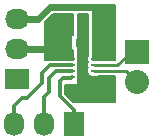
<source format=gbr>
G04 #@! TF.FileFunction,Copper,L1,Top,Signal*
%FSLAX46Y46*%
G04 Gerber Fmt 4.6, Leading zero omitted, Abs format (unit mm)*
G04 Created by KiCad (PCBNEW 0.201506122246+5743~23~ubuntu14.10.1-product) date Sat 13 Jun 2015 04:11:00 PM EDT*
%MOMM*%
G01*
G04 APERTURE LIST*
%ADD10C,0.100000*%
%ADD11R,2.032000X2.032000*%
%ADD12O,2.032000X2.032000*%
%ADD13R,0.800000X0.750000*%
%ADD14R,0.500000X0.280000*%
%ADD15R,0.900000X1.600000*%
%ADD16R,2.032000X1.727200*%
%ADD17O,2.032000X1.727200*%
%ADD18R,1.727200X2.032000*%
%ADD19O,1.727200X2.032000*%
%ADD20C,0.685800*%
%ADD21C,0.152400*%
%ADD22C,0.609600*%
%ADD23C,0.304800*%
%ADD24C,0.250000*%
%ADD25C,0.127000*%
G04 APERTURE END LIST*
D10*
D11*
X141986000Y-105156000D03*
D12*
X141986000Y-107696000D03*
D13*
X135648000Y-104394000D03*
X137148000Y-104394000D03*
X138926000Y-102870000D03*
X137426000Y-102870000D03*
D14*
X138364000Y-105803000D03*
D15*
X137414000Y-106553000D03*
D14*
X138364000Y-106303000D03*
X138364000Y-106803000D03*
X138364000Y-107303000D03*
X136464000Y-107303000D03*
X136464000Y-106803000D03*
X136464000Y-106303000D03*
X136464000Y-105803000D03*
D16*
X131826000Y-107442000D03*
D17*
X131826000Y-104902000D03*
X131826000Y-102362000D03*
D18*
X136652000Y-111252000D03*
D19*
X134112000Y-111252000D03*
X131572000Y-111252000D03*
D20*
X136207500Y-108394500D03*
X137223500Y-108902500D03*
X138366500Y-109093000D03*
X139446000Y-108839000D03*
X138620500Y-108077000D03*
X137477500Y-107886500D03*
X137414000Y-105283000D03*
D21*
X137148000Y-104394000D02*
X137148000Y-105017000D01*
X136715500Y-108394500D02*
X136207500Y-108394500D01*
X137223500Y-108902500D02*
X136715500Y-108394500D01*
X139192000Y-109093000D02*
X138366500Y-109093000D01*
X139446000Y-108839000D02*
X139192000Y-109093000D01*
X137668000Y-108077000D02*
X138620500Y-108077000D01*
X137477500Y-107886500D02*
X137668000Y-108077000D01*
X137148000Y-105017000D02*
X137414000Y-105283000D01*
D22*
X131826000Y-102362000D02*
X133604000Y-102362000D01*
X134620000Y-101346000D02*
X139192000Y-101346000D01*
X133604000Y-102362000D02*
X134620000Y-101346000D01*
D23*
X131572000Y-109791500D02*
X132270500Y-109093000D01*
X132270500Y-109093000D02*
X132651500Y-109093000D01*
X132651500Y-109093000D02*
X133921500Y-107823000D01*
X133921500Y-107823000D02*
X133921500Y-106997500D01*
X133921500Y-106997500D02*
X134616000Y-106303000D01*
X134616000Y-106303000D02*
X136464000Y-106303000D01*
X131572000Y-111252000D02*
X131572000Y-109791500D01*
X136388500Y-107378500D02*
X136464000Y-107303000D01*
X136652000Y-110109000D02*
X135445500Y-108902500D01*
X135445500Y-108902500D02*
X135445500Y-107632500D01*
X135445500Y-107632500D02*
X135699500Y-107378500D01*
X135699500Y-107378500D02*
X136388500Y-107378500D01*
X136652000Y-111252000D02*
X136652000Y-110109000D01*
X135132000Y-106803000D02*
X134556500Y-107378500D01*
X134556500Y-107378500D02*
X134556500Y-108585000D01*
X134556500Y-108585000D02*
X134112000Y-109029500D01*
X134112000Y-109029500D02*
X134112000Y-111252000D01*
X136464000Y-106803000D02*
X135132000Y-106803000D01*
D22*
X131826000Y-104902000D02*
X134620000Y-104902000D01*
D24*
X138364000Y-106303000D02*
X140331000Y-106303000D01*
X140331000Y-106303000D02*
X141478000Y-105156000D01*
X141478000Y-105156000D02*
X141986000Y-105156000D01*
X138364000Y-106803000D02*
X141093000Y-106803000D01*
X141093000Y-106803000D02*
X141986000Y-107696000D01*
D21*
G36*
X140131800Y-105841800D02*
X138691136Y-105841800D01*
X138614000Y-105826331D01*
X138252200Y-105826331D01*
X138252200Y-101168200D01*
X140131800Y-101168200D01*
X140131800Y-105841800D01*
X140131800Y-105841800D01*
G37*
X140131800Y-105841800D02*
X138691136Y-105841800D01*
X138614000Y-105826331D01*
X138252200Y-105826331D01*
X138252200Y-101168200D01*
X140131800Y-101168200D01*
X140131800Y-105841800D01*
G36*
X136575800Y-103737171D02*
X136511438Y-103779450D01*
X136437364Y-103889187D01*
X136411331Y-104019000D01*
X136411331Y-104769000D01*
X136435759Y-104894904D01*
X136508450Y-105005562D01*
X136575800Y-105051024D01*
X136575800Y-105826331D01*
X136493817Y-105826331D01*
X136464000Y-105820400D01*
X134616000Y-105820400D01*
X134508416Y-105841800D01*
X134188200Y-105841800D01*
X134188200Y-102675826D01*
X134883026Y-101981000D01*
X136575800Y-101981000D01*
X136575800Y-103737171D01*
X136575800Y-103737171D01*
G37*
X136575800Y-103737171D02*
X136511438Y-103779450D01*
X136437364Y-103889187D01*
X136411331Y-104019000D01*
X136411331Y-104769000D01*
X136435759Y-104894904D01*
X136508450Y-105005562D01*
X136575800Y-105051024D01*
X136575800Y-105826331D01*
X136493817Y-105826331D01*
X136464000Y-105820400D01*
X134616000Y-105820400D01*
X134508416Y-105841800D01*
X134188200Y-105841800D01*
X134188200Y-102675826D01*
X134883026Y-101981000D01*
X136575800Y-101981000D01*
X136575800Y-103737171D01*
D25*
G36*
X137858500Y-105474198D02*
X137815312Y-105538180D01*
X137790280Y-105663000D01*
X137790280Y-105943000D01*
X137811975Y-106054818D01*
X137790280Y-106163000D01*
X137790280Y-106443000D01*
X137811975Y-106554818D01*
X137790280Y-106663000D01*
X137790280Y-106943000D01*
X137813769Y-107064062D01*
X137858500Y-107132158D01*
X137858500Y-107188000D01*
X137863334Y-107212300D01*
X137877099Y-107232901D01*
X137897700Y-107246666D01*
X137922000Y-107251500D01*
X138038107Y-107251500D01*
X138114000Y-107266720D01*
X138614000Y-107266720D01*
X138692444Y-107251500D01*
X140144500Y-107251500D01*
X140144500Y-109410500D01*
X136618039Y-109410500D01*
X135915400Y-108707862D01*
X135915400Y-108013500D01*
X136906000Y-108013500D01*
X136930300Y-108008666D01*
X136950901Y-107994901D01*
X136964666Y-107974300D01*
X136969500Y-107950000D01*
X136969500Y-107631802D01*
X137012688Y-107567820D01*
X137037720Y-107443000D01*
X137037720Y-107163000D01*
X137016025Y-107051182D01*
X137037720Y-106943000D01*
X137037720Y-106663000D01*
X137016025Y-106551182D01*
X137037720Y-106443000D01*
X137037720Y-106163000D01*
X137016025Y-106051182D01*
X137037720Y-105943000D01*
X137037720Y-105663000D01*
X137014231Y-105541938D01*
X136969500Y-105473842D01*
X136969500Y-101968300D01*
X137858500Y-101968300D01*
X137858500Y-105474198D01*
X137858500Y-105474198D01*
G37*
X137858500Y-105474198D02*
X137815312Y-105538180D01*
X137790280Y-105663000D01*
X137790280Y-105943000D01*
X137811975Y-106054818D01*
X137790280Y-106163000D01*
X137790280Y-106443000D01*
X137811975Y-106554818D01*
X137790280Y-106663000D01*
X137790280Y-106943000D01*
X137813769Y-107064062D01*
X137858500Y-107132158D01*
X137858500Y-107188000D01*
X137863334Y-107212300D01*
X137877099Y-107232901D01*
X137897700Y-107246666D01*
X137922000Y-107251500D01*
X138038107Y-107251500D01*
X138114000Y-107266720D01*
X138614000Y-107266720D01*
X138692444Y-107251500D01*
X140144500Y-107251500D01*
X140144500Y-109410500D01*
X136618039Y-109410500D01*
X135915400Y-108707862D01*
X135915400Y-108013500D01*
X136906000Y-108013500D01*
X136930300Y-108008666D01*
X136950901Y-107994901D01*
X136964666Y-107974300D01*
X136969500Y-107950000D01*
X136969500Y-107631802D01*
X137012688Y-107567820D01*
X137037720Y-107443000D01*
X137037720Y-107163000D01*
X137016025Y-107051182D01*
X137037720Y-106943000D01*
X137037720Y-106663000D01*
X137016025Y-106551182D01*
X137037720Y-106443000D01*
X137037720Y-106163000D01*
X137016025Y-106051182D01*
X137037720Y-105943000D01*
X137037720Y-105663000D01*
X137014231Y-105541938D01*
X136969500Y-105473842D01*
X136969500Y-101968300D01*
X137858500Y-101968300D01*
X137858500Y-105474198D01*
M02*

</source>
